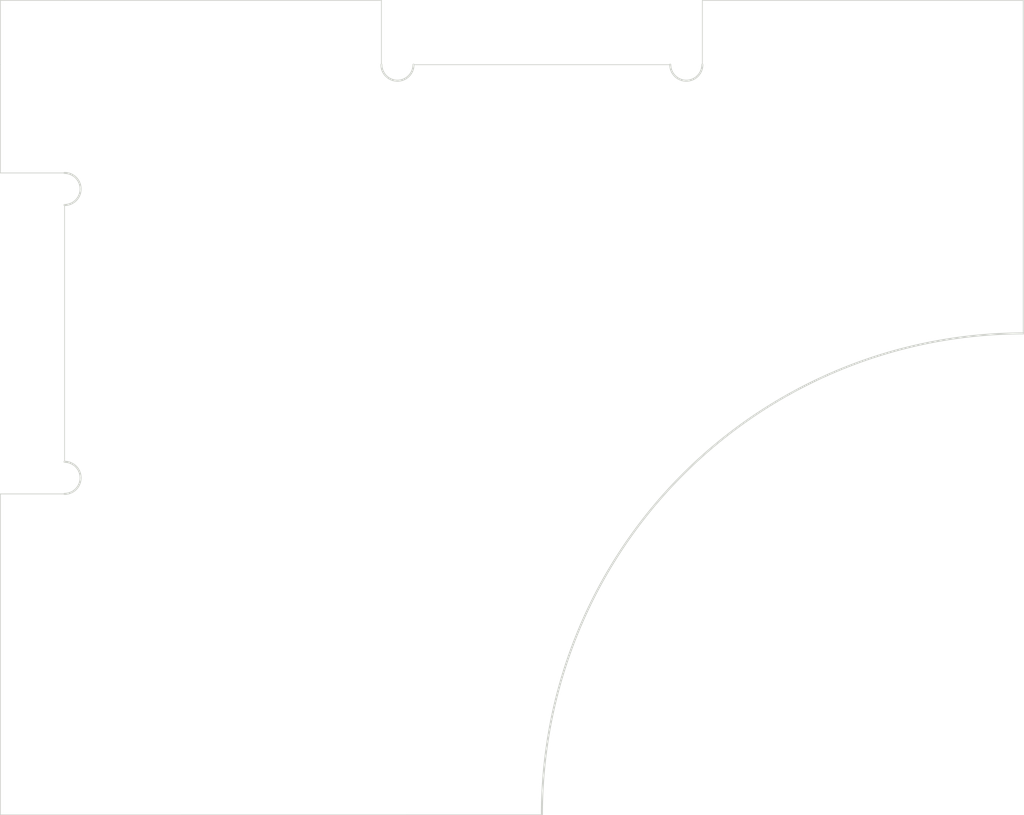
<source format=kicad_pcb>
(kicad_pcb (version 20171130) (host pcbnew 5.1.5+dfsg1-2build2)

  (general
    (thickness 1.6)
    (drawings 19)
    (tracks 0)
    (zones 0)
    (modules 0)
    (nets 1)
  )

  (page A4)
  (layers
    (0 F.Cu signal)
    (31 B.Cu signal)
    (32 B.Adhes user)
    (33 F.Adhes user)
    (34 B.Paste user)
    (35 F.Paste user)
    (36 B.SilkS user)
    (37 F.SilkS user)
    (38 B.Mask user)
    (39 F.Mask user)
    (40 Dwgs.User user)
    (41 Cmts.User user)
    (42 Eco1.User user)
    (43 Eco2.User user)
    (44 Edge.Cuts user)
    (45 Margin user)
    (46 B.CrtYd user)
    (47 F.CrtYd user)
    (48 B.Fab user)
    (49 F.Fab user)
  )

  (setup
    (last_trace_width 0.35)
    (trace_clearance 0.25)
    (zone_clearance 0.508)
    (zone_45_only no)
    (trace_min 0.3)
    (via_size 0.8)
    (via_drill 0.4)
    (via_min_size 0.5)
    (via_min_drill 0.4)
    (uvia_size 0.3)
    (uvia_drill 0.1)
    (uvias_allowed no)
    (uvia_min_size 0.2)
    (uvia_min_drill 0.1)
    (edge_width 0.05)
    (segment_width 0.2)
    (pcb_text_width 0.3)
    (pcb_text_size 1.5 1.5)
    (mod_edge_width 0.12)
    (mod_text_size 1 1)
    (mod_text_width 0.15)
    (pad_size 1.524 1.524)
    (pad_drill 0.762)
    (pad_to_mask_clearance 0.051)
    (solder_mask_min_width 0.25)
    (aux_axis_origin 0 0)
    (visible_elements FFFFFF7F)
    (pcbplotparams
      (layerselection 0x010fc_ffffffff)
      (usegerberextensions false)
      (usegerberattributes false)
      (usegerberadvancedattributes false)
      (creategerberjobfile false)
      (excludeedgelayer true)
      (linewidth 0.100000)
      (plotframeref false)
      (viasonmask false)
      (mode 1)
      (useauxorigin false)
      (hpglpennumber 1)
      (hpglpenspeed 20)
      (hpglpendiameter 15.000000)
      (psnegative false)
      (psa4output false)
      (plotreference true)
      (plotvalue true)
      (plotinvisibletext false)
      (padsonsilk false)
      (subtractmaskfromsilk false)
      (outputformat 1)
      (mirror false)
      (drillshape 1)
      (scaleselection 1)
      (outputdirectory ""))
  )

  (net 0 "")

  (net_class Default "This is the default net class."
    (clearance 0.25)
    (trace_width 0.35)
    (via_dia 0.8)
    (via_drill 0.4)
    (uvia_dia 0.3)
    (uvia_drill 0.1)
    (diff_pair_width 0.3)
    (diff_pair_gap 0.25)
  )

  (net_class Power ""
    (clearance 0.25)
    (trace_width 0.45)
    (via_dia 1)
    (via_drill 0.4)
    (uvia_dia 0.3)
    (uvia_drill 0.1)
    (diff_pair_width 0.3)
    (diff_pair_gap 0.25)
  )

  (gr_arc (start 86.8805 94.66) (end 86.8805 82.66) (angle -90) (layer Edge.Cuts) (width 0.05))
  (gr_line (start 62.9805 86.661) (end 61.3815 86.661) (layer Edge.Cuts) (width 0.02) (tstamp 5F3213DE))
  (gr_line (start 61.3815 86.661) (end 61.3815 94.662) (layer Edge.Cuts) (width 0.02) (tstamp 5F3213DA))
  (gr_line (start 61.3815 78.66) (end 62.9805 78.66) (layer Edge.Cuts) (width 0.02) (tstamp 5F3213D9))
  (gr_arc (start 62.9805 86.261) (end 62.9805 86.661) (angle -180) (layer Edge.Cuts) (width 0.05) (tstamp 5F3213D7))
  (gr_line (start 78.8805 74.359) (end 78.8805 75.961) (layer Edge.Cuts) (width 0.02) (tstamp 5F3213C8))
  (gr_arc (start 71.2795 75.961) (end 70.8795 75.961) (angle -180) (layer Edge.Cuts) (width 0.05) (tstamp 5F3213C6))
  (gr_arc (start 78.4805 75.961) (end 78.0805 75.961) (angle -180) (layer Edge.Cuts) (width 0.05) (tstamp 5F3213C0))
  (gr_arc (start 62.9805 79.06) (end 62.9805 79.46) (angle -180) (layer Edge.Cuts) (width 0.05) (tstamp 5F3213B3))
  (gr_line (start 61.3815 74.359) (end 61.3815 75.961) (layer Edge.Cuts) (width 0.02) (tstamp 5F3213B2))
  (gr_line (start 61.3815 75.961) (end 61.3815 78.66) (layer Edge.Cuts) (width 0.02) (tstamp 5F3213AE))
  (gr_line (start 86.8805 74.359) (end 78.8805 74.359) (layer Edge.Cuts) (width 0.02) (tstamp 5F3213A8))
  (gr_line (start 61.3815 94.662) (end 74.8805 94.66) (layer Edge.Cuts) (width 0.02) (tstamp 5F3213A4))
  (gr_line (start 62.9805 79.46) (end 62.9805 85.861) (layer Edge.Cuts) (width 0.02) (tstamp 5F32139D))
  (gr_line (start 70.8795 74.359) (end 62.9805 74.359) (layer Edge.Cuts) (width 0.02) (tstamp 5F32139C))
  (gr_line (start 62.9805 74.359) (end 61.3815 74.359) (layer Edge.Cuts) (width 0.02) (tstamp 5F321398))
  (gr_line (start 86.8805 82.66) (end 86.8805 74.359) (layer Edge.Cuts) (width 0.02) (tstamp 5F321396))
  (gr_line (start 70.8795 75.961) (end 70.8795 74.359) (layer Edge.Cuts) (width 0.02) (tstamp 5F321395))
  (gr_line (start 78.0805 75.961) (end 71.6795 75.961) (layer Edge.Cuts) (width 0.02) (tstamp 5F321393))

)

</source>
